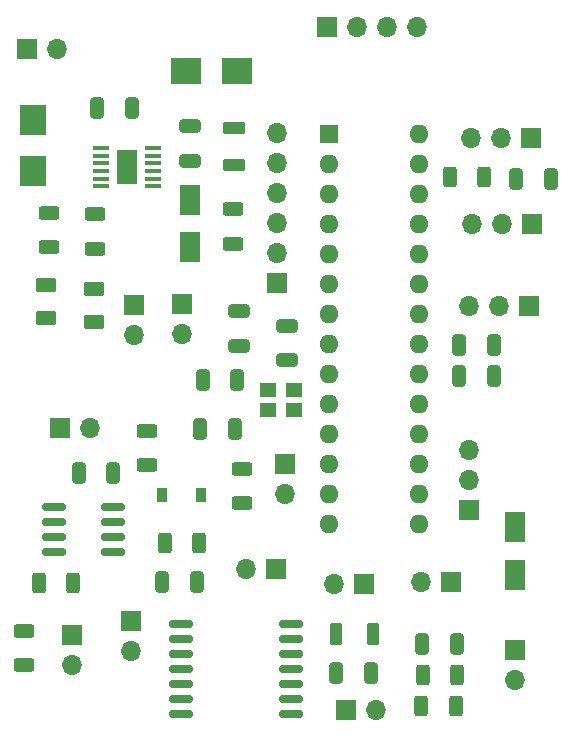
<source format=gbr>
%TF.GenerationSoftware,KiCad,Pcbnew,(6.0.7-1)-1*%
%TF.CreationDate,2023-03-08T09:28:21-05:00*%
%TF.ProjectId,pcb,7063622e-6b69-4636-9164-5f7063625858,rev?*%
%TF.SameCoordinates,Original*%
%TF.FileFunction,Soldermask,Top*%
%TF.FilePolarity,Negative*%
%FSLAX46Y46*%
G04 Gerber Fmt 4.6, Leading zero omitted, Abs format (unit mm)*
G04 Created by KiCad (PCBNEW (6.0.7-1)-1) date 2023-03-08 09:28:21*
%MOMM*%
%LPD*%
G01*
G04 APERTURE LIST*
G04 Aperture macros list*
%AMRoundRect*
0 Rectangle with rounded corners*
0 $1 Rounding radius*
0 $2 $3 $4 $5 $6 $7 $8 $9 X,Y pos of 4 corners*
0 Add a 4 corners polygon primitive as box body*
4,1,4,$2,$3,$4,$5,$6,$7,$8,$9,$2,$3,0*
0 Add four circle primitives for the rounded corners*
1,1,$1+$1,$2,$3*
1,1,$1+$1,$4,$5*
1,1,$1+$1,$6,$7*
1,1,$1+$1,$8,$9*
0 Add four rect primitives between the rounded corners*
20,1,$1+$1,$2,$3,$4,$5,0*
20,1,$1+$1,$4,$5,$6,$7,0*
20,1,$1+$1,$6,$7,$8,$9,0*
20,1,$1+$1,$8,$9,$2,$3,0*%
G04 Aperture macros list end*
%ADD10RoundRect,0.250000X-0.625000X0.312500X-0.625000X-0.312500X0.625000X-0.312500X0.625000X0.312500X0*%
%ADD11RoundRect,0.250000X-0.325000X-0.650000X0.325000X-0.650000X0.325000X0.650000X-0.325000X0.650000X0*%
%ADD12RoundRect,0.150000X-0.825000X-0.150000X0.825000X-0.150000X0.825000X0.150000X-0.825000X0.150000X0*%
%ADD13R,1.700000X1.700000*%
%ADD14O,1.700000X1.700000*%
%ADD15R,0.900000X1.200000*%
%ADD16R,1.333500X0.431800*%
%ADD17R,1.752600X2.946400*%
%ADD18R,2.500000X2.300000*%
%ADD19R,2.300000X2.500000*%
%ADD20RoundRect,0.250000X0.700000X-0.275000X0.700000X0.275000X-0.700000X0.275000X-0.700000X-0.275000X0*%
%ADD21R,1.400000X1.200000*%
%ADD22RoundRect,0.150000X-0.875000X-0.150000X0.875000X-0.150000X0.875000X0.150000X-0.875000X0.150000X0*%
%ADD23RoundRect,0.250000X-0.275000X-0.700000X0.275000X-0.700000X0.275000X0.700000X-0.275000X0.700000X0*%
%ADD24RoundRect,0.250000X-0.312500X-0.625000X0.312500X-0.625000X0.312500X0.625000X-0.312500X0.625000X0*%
%ADD25RoundRect,0.250000X0.625000X-0.312500X0.625000X0.312500X-0.625000X0.312500X-0.625000X-0.312500X0*%
%ADD26RoundRect,0.250000X0.312500X0.625000X-0.312500X0.625000X-0.312500X-0.625000X0.312500X-0.625000X0*%
%ADD27RoundRect,0.250000X-0.625000X0.375000X-0.625000X-0.375000X0.625000X-0.375000X0.625000X0.375000X0*%
%ADD28RoundRect,0.250000X-0.650000X0.325000X-0.650000X-0.325000X0.650000X-0.325000X0.650000X0.325000X0*%
%ADD29RoundRect,0.250000X0.325000X0.650000X-0.325000X0.650000X-0.325000X-0.650000X0.325000X-0.650000X0*%
%ADD30R,1.600000X1.600000*%
%ADD31O,1.600000X1.600000*%
%ADD32R,1.800000X2.500000*%
G04 APERTURE END LIST*
D10*
%TO.C,R11*%
X120500000Y-112637500D03*
X120500000Y-115562500D03*
%TD*%
D11*
%TO.C,C13*%
X114725000Y-116200000D03*
X117675000Y-116200000D03*
%TD*%
D12*
%TO.C,U4*%
X112660000Y-119060000D03*
X112660000Y-120330000D03*
X112660000Y-121600000D03*
X112660000Y-122870000D03*
X117610000Y-122870000D03*
X117610000Y-121600000D03*
X117610000Y-120330000D03*
X117610000Y-119060000D03*
%TD*%
D13*
%TO.C,J9*%
X151700000Y-131160000D03*
D14*
X151700000Y-133700000D03*
%TD*%
D15*
%TO.C,D7*%
X121750000Y-118100000D03*
X125050000Y-118100000D03*
%TD*%
D11*
%TO.C,C4*%
X125225000Y-108300000D03*
X128175000Y-108300000D03*
%TD*%
D16*
%TO.C,U3*%
X116583850Y-88674400D03*
X116583850Y-89324640D03*
X116583850Y-89974880D03*
X116583850Y-90625120D03*
X116583850Y-91275360D03*
X116583850Y-91925600D03*
X121016150Y-91925600D03*
X121016150Y-91275360D03*
X121016150Y-90625120D03*
X121016150Y-89974880D03*
X121016150Y-89324640D03*
X121016150Y-88674400D03*
D17*
X118800000Y-90300000D03*
%TD*%
D11*
%TO.C,C8*%
X116325000Y-85300000D03*
X119275000Y-85300000D03*
%TD*%
D18*
%TO.C,D3*%
X123850000Y-82200000D03*
X128150000Y-82200000D03*
%TD*%
D19*
%TO.C,D5*%
X110900000Y-90650000D03*
X110900000Y-86350000D03*
%TD*%
D13*
%TO.C,J6*%
X131500000Y-100150000D03*
D14*
X131500000Y-97610000D03*
X131500000Y-95070000D03*
X131500000Y-92530000D03*
X131500000Y-89990000D03*
X131500000Y-87450000D03*
%TD*%
D20*
%TO.C,L2*%
X127900000Y-90150000D03*
X127900000Y-87000000D03*
%TD*%
D21*
%TO.C,Y1*%
X133000000Y-109150000D03*
X130800000Y-109150000D03*
X130800000Y-110850000D03*
X133000000Y-110850000D03*
%TD*%
D22*
%TO.C,U2*%
X123425000Y-128990000D03*
X123425000Y-130260000D03*
X123425000Y-131530000D03*
X123425000Y-132800000D03*
X123425000Y-134070000D03*
X123425000Y-135340000D03*
X123425000Y-136610000D03*
X132725000Y-136610000D03*
X132725000Y-135340000D03*
X132725000Y-134070000D03*
X132725000Y-132800000D03*
X132725000Y-131530000D03*
X132725000Y-130260000D03*
X132725000Y-128990000D03*
%TD*%
D23*
%TO.C,L1*%
X136500000Y-129800000D03*
X139650000Y-129800000D03*
%TD*%
D24*
%TO.C,R2*%
X143850000Y-133300000D03*
X146775000Y-133300000D03*
%TD*%
D11*
%TO.C,C5*%
X125025000Y-112500000D03*
X127975000Y-112500000D03*
%TD*%
D13*
%TO.C,J4*%
X153000000Y-87800000D03*
D14*
X150460000Y-87800000D03*
X147920000Y-87800000D03*
%TD*%
D25*
%TO.C,R8*%
X128600000Y-118762500D03*
X128600000Y-115837500D03*
%TD*%
D13*
%TO.C,J15*%
X131440000Y-124300000D03*
D14*
X128900000Y-124300000D03*
%TD*%
D10*
%TO.C,R5*%
X127800000Y-93875000D03*
X127800000Y-96800000D03*
%TD*%
D26*
%TO.C,R6*%
X114262500Y-125500000D03*
X111337500Y-125500000D03*
%TD*%
D13*
%TO.C,J8*%
X132200000Y-115460000D03*
D14*
X132200000Y-118000000D03*
%TD*%
D13*
%TO.C,J12*%
X110400000Y-80300000D03*
D14*
X112940000Y-80300000D03*
%TD*%
D11*
%TO.C,C6*%
X136500000Y-133100000D03*
X139450000Y-133100000D03*
%TD*%
D27*
%TO.C,D1*%
X116000000Y-100600000D03*
X116000000Y-103400000D03*
%TD*%
D28*
%TO.C,C9*%
X124200000Y-86825000D03*
X124200000Y-89775000D03*
%TD*%
D13*
%TO.C,J2*%
X152825000Y-102100000D03*
D14*
X150285000Y-102100000D03*
X147745000Y-102100000D03*
%TD*%
D13*
%TO.C,J11*%
X146275000Y-125400000D03*
D14*
X143735000Y-125400000D03*
%TD*%
D29*
%TO.C,C12*%
X154750000Y-91300000D03*
X151800000Y-91300000D03*
%TD*%
D11*
%TO.C,C2*%
X146925000Y-105400000D03*
X149875000Y-105400000D03*
%TD*%
D13*
%TO.C,J17*%
X114200000Y-129925000D03*
D14*
X114200000Y-132465000D03*
%TD*%
D13*
%TO.C,J14*%
X119400000Y-102000000D03*
D14*
X119400000Y-104540000D03*
%TD*%
D26*
%TO.C,R10*%
X149062500Y-91100000D03*
X146137500Y-91100000D03*
%TD*%
D11*
%TO.C,C7*%
X143825000Y-130700000D03*
X146775000Y-130700000D03*
%TD*%
D25*
%TO.C,R4*%
X112200000Y-97100000D03*
X112200000Y-94175000D03*
%TD*%
D13*
%TO.C,J1*%
X147800000Y-119300000D03*
D14*
X147800000Y-116760000D03*
X147800000Y-114220000D03*
%TD*%
D28*
%TO.C,C1*%
X132400000Y-103725000D03*
X132400000Y-106675000D03*
%TD*%
D25*
%TO.C,R7*%
X110100000Y-129575000D03*
X110100000Y-132500000D03*
%TD*%
D27*
%TO.C,D2*%
X112000000Y-100300000D03*
X112000000Y-103100000D03*
%TD*%
D30*
%TO.C,U1*%
X135900000Y-87540000D03*
D31*
X135900000Y-90080000D03*
X135900000Y-92620000D03*
X135900000Y-95160000D03*
X135900000Y-97700000D03*
X135900000Y-100240000D03*
X135900000Y-102780000D03*
X135900000Y-105320000D03*
X135900000Y-107860000D03*
X135900000Y-110400000D03*
X135900000Y-112940000D03*
X135900000Y-115480000D03*
X135900000Y-118020000D03*
X135900000Y-120560000D03*
X143520000Y-120560000D03*
X143520000Y-118020000D03*
X143520000Y-115480000D03*
X143520000Y-112940000D03*
X143520000Y-110400000D03*
X143520000Y-107860000D03*
X143520000Y-105320000D03*
X143520000Y-102780000D03*
X143520000Y-100240000D03*
X143520000Y-97700000D03*
X143520000Y-95160000D03*
X143520000Y-92620000D03*
X143520000Y-90080000D03*
X143520000Y-87540000D03*
%TD*%
D13*
%TO.C,J7*%
X138875000Y-125600000D03*
D14*
X136335000Y-125600000D03*
%TD*%
D13*
%TO.C,J16*%
X113125000Y-112400000D03*
D14*
X115665000Y-112400000D03*
%TD*%
D24*
%TO.C,R1*%
X143750000Y-135900000D03*
X146675000Y-135900000D03*
%TD*%
D13*
%TO.C,J13*%
X123500000Y-101900000D03*
D14*
X123500000Y-104440000D03*
%TD*%
D13*
%TO.C,J18*%
X119200000Y-128725000D03*
D14*
X119200000Y-131265000D03*
%TD*%
D13*
%TO.C,J3*%
X153125000Y-95100000D03*
D14*
X150585000Y-95100000D03*
X148045000Y-95100000D03*
%TD*%
D29*
%TO.C,C3*%
X149875000Y-108000000D03*
X146925000Y-108000000D03*
%TD*%
D11*
%TO.C,C11*%
X124775000Y-125400000D03*
X121825000Y-125400000D03*
%TD*%
D32*
%TO.C,D6*%
X151700000Y-124800000D03*
X151700000Y-120800000D03*
%TD*%
D26*
%TO.C,R9*%
X124962500Y-122100000D03*
X122037500Y-122100000D03*
%TD*%
D28*
%TO.C,C10*%
X128300000Y-102525000D03*
X128300000Y-105475000D03*
%TD*%
D13*
%TO.C,J10*%
X137400000Y-136300000D03*
D14*
X139940000Y-136300000D03*
%TD*%
D13*
%TO.C,J5*%
X135800000Y-78475000D03*
D14*
X138340000Y-78475000D03*
X140880000Y-78475000D03*
X143420000Y-78475000D03*
%TD*%
D32*
%TO.C,D4*%
X124200000Y-93100000D03*
X124200000Y-97100000D03*
%TD*%
D25*
%TO.C,R3*%
X116100000Y-97200000D03*
X116100000Y-94275000D03*
%TD*%
M02*

</source>
